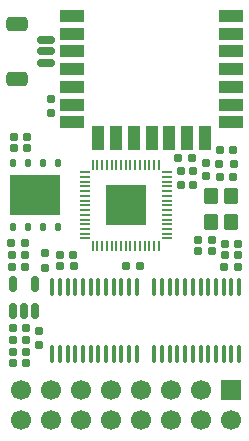
<source format=gbr>
%TF.GenerationSoftware,KiCad,Pcbnew,9.0.2+1*%
%TF.CreationDate,2025-07-26T18:39:14+01:00*%
%TF.ProjectId,ORGNET,4f52474e-4554-42e6-9b69-6361645f7063,1*%
%TF.SameCoordinates,Original*%
%TF.FileFunction,Soldermask,Top*%
%TF.FilePolarity,Negative*%
%FSLAX46Y46*%
G04 Gerber Fmt 4.6, Leading zero omitted, Abs format (unit mm)*
G04 Created by KiCad (PCBNEW 9.0.2+1) date 2025-07-26 18:39:14*
%MOMM*%
%LPD*%
G01*
G04 APERTURE LIST*
G04 Aperture macros list*
%AMRoundRect*
0 Rectangle with rounded corners*
0 $1 Rounding radius*
0 $2 $3 $4 $5 $6 $7 $8 $9 X,Y pos of 4 corners*
0 Add a 4 corners polygon primitive as box body*
4,1,4,$2,$3,$4,$5,$6,$7,$8,$9,$2,$3,0*
0 Add four circle primitives for the rounded corners*
1,1,$1+$1,$2,$3*
1,1,$1+$1,$4,$5*
1,1,$1+$1,$6,$7*
1,1,$1+$1,$8,$9*
0 Add four rect primitives between the rounded corners*
20,1,$1+$1,$2,$3,$4,$5,0*
20,1,$1+$1,$4,$5,$6,$7,0*
20,1,$1+$1,$6,$7,$8,$9,0*
20,1,$1+$1,$8,$9,$2,$3,0*%
G04 Aperture macros list end*
%ADD10RoundRect,0.155000X-0.212500X-0.155000X0.212500X-0.155000X0.212500X0.155000X-0.212500X0.155000X0*%
%ADD11RoundRect,0.160000X0.197500X0.160000X-0.197500X0.160000X-0.197500X-0.160000X0.197500X-0.160000X0*%
%ADD12RoundRect,0.160000X-0.160000X0.197500X-0.160000X-0.197500X0.160000X-0.197500X0.160000X0.197500X0*%
%ADD13RoundRect,0.250000X0.650000X-0.350000X0.650000X0.350000X-0.650000X0.350000X-0.650000X-0.350000X0*%
%ADD14RoundRect,0.150000X0.625000X-0.150000X0.625000X0.150000X-0.625000X0.150000X-0.625000X-0.150000X0*%
%ADD15R,3.400000X3.400000*%
%ADD16RoundRect,0.050000X0.350000X-0.050000X0.350000X0.050000X-0.350000X0.050000X-0.350000X-0.050000X0*%
%ADD17RoundRect,0.050000X0.050000X-0.350000X0.050000X0.350000X-0.050000X0.350000X-0.050000X-0.350000X0*%
%ADD18R,4.300000X3.400000*%
%ADD19RoundRect,0.125000X0.125000X-0.250000X0.125000X0.250000X-0.125000X0.250000X-0.125000X-0.250000X0*%
%ADD20RoundRect,0.100000X-0.100000X0.637500X-0.100000X-0.637500X0.100000X-0.637500X0.100000X0.637500X0*%
%ADD21RoundRect,0.150000X0.150000X-0.512500X0.150000X0.512500X-0.150000X0.512500X-0.150000X-0.512500X0*%
%ADD22R,1.700000X1.700000*%
%ADD23C,1.700000*%
%ADD24R,2.000000X1.000000*%
%ADD25R,1.000000X2.000000*%
%ADD26RoundRect,0.250000X-0.350000X0.450000X-0.350000X-0.450000X0.350000X-0.450000X0.350000X0.450000X0*%
%ADD27RoundRect,0.160000X-0.197500X-0.160000X0.197500X-0.160000X0.197500X0.160000X-0.197500X0.160000X0*%
%ADD28RoundRect,0.160000X0.160000X-0.197500X0.160000X0.197500X-0.160000X0.197500X-0.160000X-0.197500X0*%
%ADD29RoundRect,0.155000X0.212500X0.155000X-0.212500X0.155000X-0.212500X-0.155000X0.212500X-0.155000X0*%
%ADD30RoundRect,0.155000X0.155000X-0.212500X0.155000X0.212500X-0.155000X0.212500X-0.155000X-0.212500X0*%
%ADD31RoundRect,0.155000X-0.155000X0.212500X-0.155000X-0.212500X0.155000X-0.212500X0.155000X0.212500X0*%
G04 APERTURE END LIST*
D10*
%TO.C,C19*%
X161710000Y-93100000D03*
X160575000Y-93100000D03*
%TD*%
D11*
%TO.C,R2*%
X152590000Y-100690000D03*
X153785000Y-100690000D03*
%TD*%
D12*
%TO.C,R6*%
X145790000Y-100797500D03*
X145790000Y-99602500D03*
%TD*%
D13*
%TO.C,J3*%
X143365000Y-80200000D03*
X143365000Y-84800000D03*
D14*
X145890000Y-81500000D03*
X145890000Y-82500000D03*
X145890000Y-83500000D03*
%TD*%
D15*
%TO.C,U4*%
X152610000Y-95530000D03*
D16*
X149160000Y-98330000D03*
X149160000Y-97930000D03*
X149160000Y-97530000D03*
X149160000Y-97130000D03*
X149160000Y-96730000D03*
X149160000Y-96330000D03*
X149160000Y-95930000D03*
X149160000Y-95530000D03*
X149160000Y-95130000D03*
X149160000Y-94730000D03*
X149160000Y-94330000D03*
X149160000Y-93930000D03*
X149160000Y-93530000D03*
X149160000Y-93130000D03*
X149160000Y-92730000D03*
D17*
X149810000Y-92080000D03*
X150210000Y-92080000D03*
X150610000Y-92080000D03*
X151010000Y-92080000D03*
X151410000Y-92080000D03*
X151810000Y-92080000D03*
X152210000Y-92080000D03*
X152610000Y-92080000D03*
X153010000Y-92080000D03*
X153410000Y-92080000D03*
X153810000Y-92080000D03*
X154210000Y-92080000D03*
X154610000Y-92080000D03*
X155010000Y-92080000D03*
X155410000Y-92080000D03*
D16*
X156060000Y-92730000D03*
X156060000Y-93130000D03*
X156060000Y-93530000D03*
X156060000Y-93930000D03*
X156060000Y-94330000D03*
X156060000Y-94730000D03*
X156060000Y-95130000D03*
X156060000Y-95530000D03*
X156060000Y-95930000D03*
X156060000Y-96330000D03*
X156060000Y-96730000D03*
X156060000Y-97130000D03*
X156060000Y-97530000D03*
X156060000Y-97930000D03*
X156060000Y-98330000D03*
D17*
X155410000Y-98980000D03*
X155010000Y-98980000D03*
X154610000Y-98980000D03*
X154210000Y-98980000D03*
X153810000Y-98980000D03*
X153410000Y-98980000D03*
X153010000Y-98980000D03*
X152610000Y-98980000D03*
X152210000Y-98980000D03*
X151810000Y-98980000D03*
X151410000Y-98980000D03*
X151010000Y-98980000D03*
X150610000Y-98980000D03*
X150210000Y-98980000D03*
X149810000Y-98980000D03*
%TD*%
D18*
%TO.C,U5*%
X144966250Y-94630000D03*
D19*
X143061250Y-91930000D03*
X144331250Y-91930000D03*
X145601250Y-91930000D03*
X146871250Y-91930000D03*
X146871250Y-97330000D03*
X145601250Y-97330000D03*
X144331250Y-97330000D03*
X143061250Y-97330000D03*
%TD*%
D20*
%TO.C,U2*%
X162190000Y-102400000D03*
X161540000Y-102400000D03*
X160890000Y-102400000D03*
X160240000Y-102400000D03*
X159590000Y-102400000D03*
X158940000Y-102400000D03*
X158290000Y-102400000D03*
X157640000Y-102400000D03*
X156990000Y-102400000D03*
X156340000Y-102400000D03*
X155690000Y-102400000D03*
X155040000Y-102400000D03*
X155040000Y-108125000D03*
X155690000Y-108125000D03*
X156340000Y-108125000D03*
X156990000Y-108125000D03*
X157640000Y-108125000D03*
X158290000Y-108125000D03*
X158940000Y-108125000D03*
X159590000Y-108125000D03*
X160240000Y-108125000D03*
X160890000Y-108125000D03*
X161540000Y-108125000D03*
X162190000Y-108125000D03*
%TD*%
D21*
%TO.C,U3*%
X143040000Y-104495000D03*
X143990000Y-104495000D03*
X144940000Y-104495000D03*
X144940000Y-102220000D03*
X143040000Y-102220000D03*
%TD*%
D22*
%TO.C,J1*%
X161540000Y-111200000D03*
D23*
X161540000Y-113740000D03*
X159000000Y-111200000D03*
X159000000Y-113740000D03*
X156460000Y-111200000D03*
X156460000Y-113740000D03*
X153920000Y-111200000D03*
X153920000Y-113740000D03*
X151380000Y-111200000D03*
X151380000Y-113740000D03*
X148840000Y-111200000D03*
X148840000Y-113740000D03*
X146300000Y-111200000D03*
X146300000Y-113740000D03*
X143760000Y-111200000D03*
X143760000Y-113740000D03*
%TD*%
D24*
%TO.C,U6*%
X148040000Y-79500000D03*
X148040000Y-81000000D03*
X148040000Y-82500000D03*
X148040000Y-84000000D03*
X148040000Y-85500000D03*
X148040000Y-87000000D03*
X148040000Y-88500000D03*
D25*
X150290000Y-89800000D03*
X151790000Y-89800000D03*
X153290000Y-89800000D03*
X154790000Y-89800000D03*
X156290000Y-89800000D03*
X157790000Y-89800000D03*
X159290000Y-89800000D03*
D24*
X161540000Y-88500000D03*
X161540000Y-87000000D03*
X161540000Y-85500000D03*
X161540000Y-84000000D03*
X161540000Y-82500000D03*
X161540000Y-81000000D03*
X161540000Y-79500000D03*
%TD*%
D20*
%TO.C,U1*%
X153540000Y-102400000D03*
X152890000Y-102400000D03*
X152240000Y-102400000D03*
X151590000Y-102400000D03*
X150940000Y-102400000D03*
X150290000Y-102400000D03*
X149640000Y-102400000D03*
X148990000Y-102400000D03*
X148340000Y-102400000D03*
X147690000Y-102400000D03*
X147040000Y-102400000D03*
X146390000Y-102400000D03*
X146390000Y-108125000D03*
X147040000Y-108125000D03*
X147690000Y-108125000D03*
X148340000Y-108125000D03*
X148990000Y-108125000D03*
X149640000Y-108125000D03*
X150290000Y-108125000D03*
X150940000Y-108125000D03*
X151590000Y-108125000D03*
X152240000Y-108125000D03*
X152890000Y-108125000D03*
X153540000Y-108125000D03*
%TD*%
D26*
%TO.C,Y1*%
X159840000Y-94700000D03*
X159840000Y-96900000D03*
X161540000Y-96900000D03*
X161540000Y-94700000D03*
%TD*%
D27*
%TO.C,R8*%
X157042500Y-91510000D03*
X158237500Y-91510000D03*
%TD*%
D28*
%TO.C,R7*%
X146240000Y-87695000D03*
X146240000Y-86500000D03*
%TD*%
D27*
%TO.C,R5*%
X142925000Y-98700000D03*
X144120000Y-98700000D03*
%TD*%
D11*
%TO.C,R4*%
X161735000Y-92010000D03*
X160540000Y-92010000D03*
%TD*%
%TO.C,R3*%
X162130000Y-100750000D03*
X160935000Y-100750000D03*
%TD*%
D29*
%TO.C,C18*%
X162110000Y-98770000D03*
X160975000Y-98770000D03*
%TD*%
D10*
%TO.C,C17*%
X143140000Y-90700000D03*
X144275000Y-90700000D03*
%TD*%
%TO.C,C16*%
X143132500Y-89700000D03*
X144267500Y-89700000D03*
%TD*%
%TO.C,C15*%
X160582500Y-90840000D03*
X161717500Y-90840000D03*
%TD*%
D30*
%TO.C,C14*%
X159380000Y-93045000D03*
X159380000Y-91910000D03*
%TD*%
D31*
%TO.C,C13*%
X158330000Y-92630000D03*
X158330000Y-93765000D03*
%TD*%
%TO.C,C12*%
X157260000Y-92640000D03*
X157260000Y-93775000D03*
%TD*%
D10*
%TO.C,C11*%
X158750000Y-99410000D03*
X159885000Y-99410000D03*
%TD*%
%TO.C,C10*%
X158750000Y-98430000D03*
X159885000Y-98430000D03*
%TD*%
%TO.C,C8*%
X142955000Y-100710000D03*
X144090000Y-100710000D03*
%TD*%
D29*
%TO.C,C7*%
X144090000Y-99700000D03*
X142955000Y-99700000D03*
%TD*%
%TO.C,C6*%
X144180000Y-106930000D03*
X143045000Y-106930000D03*
%TD*%
%TO.C,C5*%
X144180000Y-105950000D03*
X143045000Y-105950000D03*
%TD*%
D10*
%TO.C,C4*%
X160975000Y-99750000D03*
X162110000Y-99750000D03*
%TD*%
%TO.C,C3*%
X143045000Y-108900000D03*
X144180000Y-108900000D03*
%TD*%
%TO.C,C2*%
X143045000Y-107910000D03*
X144180000Y-107910000D03*
%TD*%
D31*
%TO.C,C1*%
X145290000Y-106200000D03*
X145290000Y-107335000D03*
%TD*%
D11*
%TO.C,R1*%
X148235000Y-100700000D03*
X147040000Y-100700000D03*
%TD*%
D10*
%TO.C,C9*%
X147040000Y-99700000D03*
X148175000Y-99700000D03*
%TD*%
M02*

</source>
